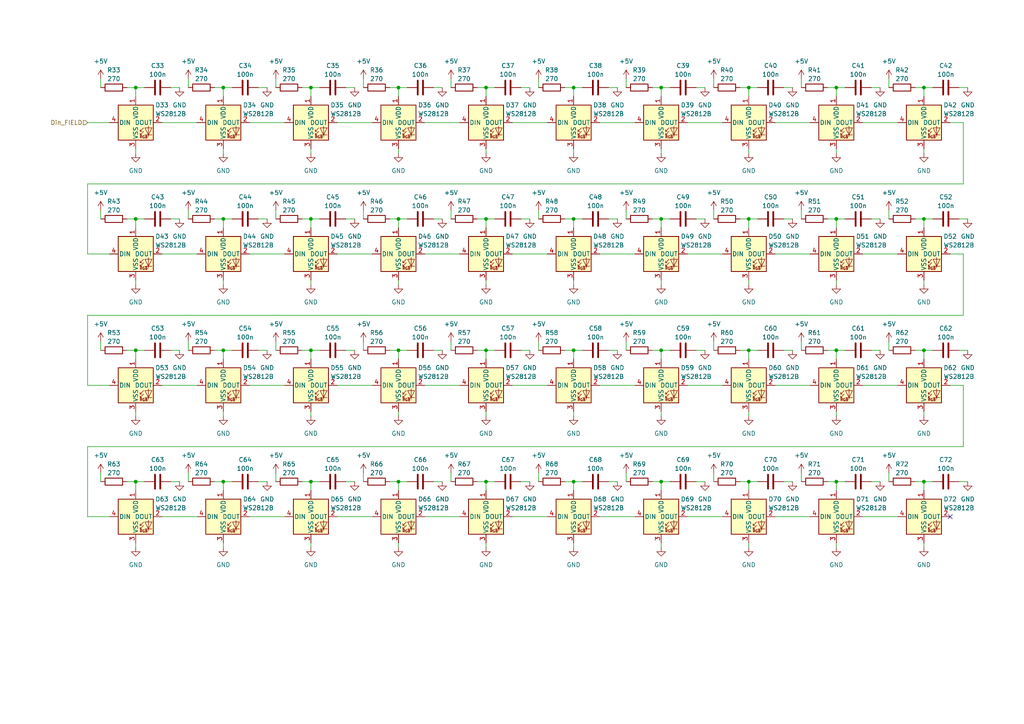
<source format=kicad_sch>
(kicad_sch (version 20211123) (generator eeschema)
  (paper "A4")
  (junction (at 191.77 101.6))
  (junction (at 90.17 139.7))
  (junction (at 191.77 25.4))
  (junction (at 191.77 63.5))
  (junction (at 115.57 63.5))
  (junction (at 64.77 25.4))
  (junction (at 64.77 63.5))
  (junction (at 90.17 101.6))
  (junction (at 267.97 25.4))
  (junction (at 140.97 101.6))
  (junction (at 166.37 101.6))
  (junction (at 39.37 25.4))
  (junction (at 217.17 101.6))
  (junction (at 64.77 139.7))
  (junction (at 242.57 139.7))
  (junction (at 166.37 139.7))
  (junction (at 39.37 63.5))
  (junction (at 217.17 139.7))
  (junction (at 140.97 25.4))
  (junction (at 115.57 25.4))
  (junction (at 115.57 101.6))
  (junction (at 242.57 25.4))
  (junction (at 140.97 139.7))
  (junction (at 267.97 63.5))
  (junction (at 242.57 63.5))
  (junction (at 191.77 139.7))
  (junction (at 39.37 101.6))
  (junction (at 166.37 63.5))
  (junction (at 166.37 25.4))
  (junction (at 90.17 25.4))
  (junction (at 115.57 139.7))
  (junction (at 217.17 63.5))
  (junction (at 140.97 63.5))
  (junction (at 217.17 25.4))
  (junction (at 267.97 101.6))
  (junction (at 39.37 139.7))
  (junction (at 90.17 63.5))
  (junction (at 267.97 139.7))
  (junction (at 64.77 101.6))
  (junction (at 242.57 101.6))
  (no_connect (at 275.59 149.86))
  (wire (pts (xy 279.4 91.44) (xy 25.4 91.44)))
  (wire (pts (xy 113.03 139.7) (xy 115.57 139.7)))
  (wire (pts (xy 166.37 139.7) (xy 168.91 139.7)))
  (wire (pts (xy 214.63 25.4) (xy 217.17 25.4)))
  (wire (pts (xy 267.97 43.18) (xy 267.97 44.45)))
  (wire (pts (xy 214.63 101.6) (xy 217.17 101.6)))
  (wire (pts (xy 140.97 43.18) (xy 140.97 44.45)))
  (wire (pts (xy 97.79 73.66) (xy 107.95 73.66)))
  (wire (pts (xy 90.17 139.7) (xy 92.71 139.7)))
  (wire (pts (xy 64.77 81.28) (xy 64.77 82.55)))
  (wire (pts (xy 140.97 63.5) (xy 140.97 66.04)))
  (wire (pts (xy 224.79 111.76) (xy 234.95 111.76)))
  (wire (pts (xy 173.99 73.66) (xy 184.15 73.66)))
  (wire (pts (xy 217.17 119.38) (xy 217.17 120.65)))
  (wire (pts (xy 46.99 149.86) (xy 57.15 149.86)))
  (wire (pts (xy 54.61 60.96) (xy 54.61 63.5)))
  (wire (pts (xy 64.77 63.5) (xy 64.77 66.04)))
  (wire (pts (xy 25.4 149.86) (xy 31.75 149.86)))
  (wire (pts (xy 279.4 111.76) (xy 279.4 129.54)))
  (wire (pts (xy 199.39 35.56) (xy 209.55 35.56)))
  (wire (pts (xy 181.61 99.06) (xy 181.61 101.6)))
  (wire (pts (xy 163.83 63.5) (xy 166.37 63.5)))
  (wire (pts (xy 115.57 139.7) (xy 118.11 139.7)))
  (wire (pts (xy 62.23 139.7) (xy 64.77 139.7)))
  (wire (pts (xy 97.79 111.76) (xy 107.95 111.76)))
  (wire (pts (xy 166.37 101.6) (xy 168.91 101.6)))
  (wire (pts (xy 74.93 101.6) (xy 77.47 101.6)))
  (wire (pts (xy 105.41 99.06) (xy 105.41 101.6)))
  (wire (pts (xy 64.77 139.7) (xy 64.77 142.24)))
  (wire (pts (xy 267.97 63.5) (xy 267.97 66.04)))
  (wire (pts (xy 39.37 25.4) (xy 39.37 27.94)))
  (wire (pts (xy 191.77 81.28) (xy 191.77 82.55)))
  (wire (pts (xy 115.57 157.48) (xy 115.57 158.75)))
  (wire (pts (xy 115.57 139.7) (xy 115.57 142.24)))
  (wire (pts (xy 148.59 149.86) (xy 158.75 149.86)))
  (wire (pts (xy 90.17 25.4) (xy 92.71 25.4)))
  (wire (pts (xy 250.19 111.76) (xy 260.35 111.76)))
  (wire (pts (xy 166.37 139.7) (xy 166.37 142.24)))
  (wire (pts (xy 123.19 35.56) (xy 133.35 35.56)))
  (wire (pts (xy 100.33 139.7) (xy 102.87 139.7)))
  (wire (pts (xy 115.57 25.4) (xy 115.57 27.94)))
  (wire (pts (xy 140.97 25.4) (xy 143.51 25.4)))
  (wire (pts (xy 115.57 25.4) (xy 118.11 25.4)))
  (wire (pts (xy 232.41 22.86) (xy 232.41 25.4)))
  (wire (pts (xy 189.23 63.5) (xy 191.77 63.5)))
  (wire (pts (xy 201.93 25.4) (xy 204.47 25.4)))
  (wire (pts (xy 217.17 139.7) (xy 219.71 139.7)))
  (wire (pts (xy 39.37 63.5) (xy 39.37 66.04)))
  (wire (pts (xy 265.43 139.7) (xy 267.97 139.7)))
  (wire (pts (xy 29.21 99.06) (xy 29.21 101.6)))
  (wire (pts (xy 36.83 101.6) (xy 39.37 101.6)))
  (wire (pts (xy 115.57 43.18) (xy 115.57 44.45)))
  (wire (pts (xy 115.57 63.5) (xy 115.57 66.04)))
  (wire (pts (xy 25.4 129.54) (xy 25.4 149.86)))
  (wire (pts (xy 90.17 101.6) (xy 90.17 104.14)))
  (wire (pts (xy 199.39 111.76) (xy 209.55 111.76)))
  (wire (pts (xy 242.57 25.4) (xy 242.57 27.94)))
  (wire (pts (xy 25.4 53.34) (xy 25.4 73.66)))
  (wire (pts (xy 115.57 101.6) (xy 115.57 104.14)))
  (wire (pts (xy 242.57 157.48) (xy 242.57 158.75)))
  (wire (pts (xy 278.13 101.6) (xy 280.67 101.6)))
  (wire (pts (xy 138.43 101.6) (xy 140.97 101.6)))
  (wire (pts (xy 62.23 63.5) (xy 64.77 63.5)))
  (wire (pts (xy 191.77 63.5) (xy 194.31 63.5)))
  (wire (pts (xy 214.63 139.7) (xy 217.17 139.7)))
  (wire (pts (xy 46.99 73.66) (xy 57.15 73.66)))
  (wire (pts (xy 148.59 73.66) (xy 158.75 73.66)))
  (wire (pts (xy 87.63 63.5) (xy 90.17 63.5)))
  (wire (pts (xy 242.57 139.7) (xy 242.57 142.24)))
  (wire (pts (xy 140.97 139.7) (xy 143.51 139.7)))
  (wire (pts (xy 72.39 73.66) (xy 82.55 73.66)))
  (wire (pts (xy 278.13 63.5) (xy 280.67 63.5)))
  (wire (pts (xy 123.19 73.66) (xy 133.35 73.66)))
  (wire (pts (xy 189.23 139.7) (xy 191.77 139.7)))
  (wire (pts (xy 125.73 63.5) (xy 128.27 63.5)))
  (wire (pts (xy 140.97 139.7) (xy 140.97 142.24)))
  (wire (pts (xy 39.37 139.7) (xy 39.37 142.24)))
  (wire (pts (xy 257.81 99.06) (xy 257.81 101.6)))
  (wire (pts (xy 227.33 139.7) (xy 229.87 139.7)))
  (wire (pts (xy 115.57 101.6) (xy 118.11 101.6)))
  (wire (pts (xy 140.97 81.28) (xy 140.97 82.55)))
  (wire (pts (xy 113.03 63.5) (xy 115.57 63.5)))
  (wire (pts (xy 64.77 101.6) (xy 64.77 104.14)))
  (wire (pts (xy 240.03 139.7) (xy 242.57 139.7)))
  (wire (pts (xy 90.17 101.6) (xy 92.71 101.6)))
  (wire (pts (xy 105.41 60.96) (xy 105.41 63.5)))
  (wire (pts (xy 207.01 60.96) (xy 207.01 63.5)))
  (wire (pts (xy 74.93 63.5) (xy 77.47 63.5)))
  (wire (pts (xy 36.83 63.5) (xy 39.37 63.5)))
  (wire (pts (xy 257.81 137.16) (xy 257.81 139.7)))
  (wire (pts (xy 125.73 139.7) (xy 128.27 139.7)))
  (wire (pts (xy 166.37 43.18) (xy 166.37 44.45)))
  (wire (pts (xy 148.59 35.56) (xy 158.75 35.56)))
  (wire (pts (xy 156.21 137.16) (xy 156.21 139.7)))
  (wire (pts (xy 39.37 101.6) (xy 39.37 104.14)))
  (wire (pts (xy 201.93 101.6) (xy 204.47 101.6)))
  (wire (pts (xy 191.77 63.5) (xy 191.77 66.04)))
  (wire (pts (xy 242.57 63.5) (xy 242.57 66.04)))
  (wire (pts (xy 105.41 137.16) (xy 105.41 139.7)))
  (wire (pts (xy 90.17 157.48) (xy 90.17 158.75)))
  (wire (pts (xy 191.77 139.7) (xy 194.31 139.7)))
  (wire (pts (xy 90.17 25.4) (xy 90.17 27.94)))
  (wire (pts (xy 54.61 99.06) (xy 54.61 101.6)))
  (wire (pts (xy 191.77 25.4) (xy 194.31 25.4)))
  (wire (pts (xy 49.53 63.5) (xy 52.07 63.5)))
  (wire (pts (xy 115.57 119.38) (xy 115.57 120.65)))
  (wire (pts (xy 39.37 101.6) (xy 41.91 101.6)))
  (wire (pts (xy 72.39 35.56) (xy 82.55 35.56)))
  (wire (pts (xy 242.57 119.38) (xy 242.57 120.65)))
  (wire (pts (xy 265.43 101.6) (xy 267.97 101.6)))
  (wire (pts (xy 176.53 101.6) (xy 179.07 101.6)))
  (wire (pts (xy 207.01 99.06) (xy 207.01 101.6)))
  (wire (pts (xy 267.97 63.5) (xy 270.51 63.5)))
  (wire (pts (xy 138.43 25.4) (xy 140.97 25.4)))
  (wire (pts (xy 279.4 73.66) (xy 279.4 91.44)))
  (wire (pts (xy 232.41 137.16) (xy 232.41 139.7)))
  (wire (pts (xy 125.73 25.4) (xy 128.27 25.4)))
  (wire (pts (xy 39.37 157.48) (xy 39.37 158.75)))
  (wire (pts (xy 173.99 111.76) (xy 184.15 111.76)))
  (wire (pts (xy 224.79 73.66) (xy 234.95 73.66)))
  (wire (pts (xy 49.53 101.6) (xy 52.07 101.6)))
  (wire (pts (xy 265.43 25.4) (xy 267.97 25.4)))
  (wire (pts (xy 113.03 25.4) (xy 115.57 25.4)))
  (wire (pts (xy 232.41 99.06) (xy 232.41 101.6)))
  (wire (pts (xy 240.03 101.6) (xy 242.57 101.6)))
  (wire (pts (xy 130.81 22.86) (xy 130.81 25.4)))
  (wire (pts (xy 90.17 63.5) (xy 92.71 63.5)))
  (wire (pts (xy 166.37 157.48) (xy 166.37 158.75)))
  (wire (pts (xy 97.79 35.56) (xy 107.95 35.56)))
  (wire (pts (xy 227.33 63.5) (xy 229.87 63.5)))
  (wire (pts (xy 25.4 35.56) (xy 31.75 35.56)))
  (wire (pts (xy 227.33 25.4) (xy 229.87 25.4)))
  (wire (pts (xy 278.13 25.4) (xy 280.67 25.4)))
  (wire (pts (xy 217.17 25.4) (xy 219.71 25.4)))
  (wire (pts (xy 148.59 111.76) (xy 158.75 111.76)))
  (wire (pts (xy 275.59 35.56) (xy 279.4 35.56)))
  (wire (pts (xy 181.61 60.96) (xy 181.61 63.5)))
  (wire (pts (xy 87.63 101.6) (xy 90.17 101.6)))
  (wire (pts (xy 90.17 63.5) (xy 90.17 66.04)))
  (wire (pts (xy 232.41 60.96) (xy 232.41 63.5)))
  (wire (pts (xy 166.37 101.6) (xy 166.37 104.14)))
  (wire (pts (xy 123.19 111.76) (xy 133.35 111.76)))
  (wire (pts (xy 267.97 139.7) (xy 270.51 139.7)))
  (wire (pts (xy 156.21 99.06) (xy 156.21 101.6)))
  (wire (pts (xy 64.77 43.18) (xy 64.77 44.45)))
  (wire (pts (xy 156.21 60.96) (xy 156.21 63.5)))
  (wire (pts (xy 250.19 35.56) (xy 260.35 35.56)))
  (wire (pts (xy 201.93 139.7) (xy 204.47 139.7)))
  (wire (pts (xy 214.63 63.5) (xy 217.17 63.5)))
  (wire (pts (xy 191.77 101.6) (xy 191.77 104.14)))
  (wire (pts (xy 279.4 53.34) (xy 25.4 53.34)))
  (wire (pts (xy 130.81 137.16) (xy 130.81 139.7)))
  (wire (pts (xy 267.97 101.6) (xy 267.97 104.14)))
  (wire (pts (xy 166.37 63.5) (xy 166.37 66.04)))
  (wire (pts (xy 279.4 35.56) (xy 279.4 53.34)))
  (wire (pts (xy 90.17 43.18) (xy 90.17 44.45)))
  (wire (pts (xy 130.81 99.06) (xy 130.81 101.6)))
  (wire (pts (xy 29.21 22.86) (xy 29.21 25.4)))
  (wire (pts (xy 199.39 149.86) (xy 209.55 149.86)))
  (wire (pts (xy 140.97 157.48) (xy 140.97 158.75)))
  (wire (pts (xy 74.93 139.7) (xy 77.47 139.7)))
  (wire (pts (xy 140.97 25.4) (xy 140.97 27.94)))
  (wire (pts (xy 100.33 63.5) (xy 102.87 63.5)))
  (wire (pts (xy 207.01 137.16) (xy 207.01 139.7)))
  (wire (pts (xy 39.37 81.28) (xy 39.37 82.55)))
  (wire (pts (xy 138.43 139.7) (xy 140.97 139.7)))
  (wire (pts (xy 87.63 25.4) (xy 90.17 25.4)))
  (wire (pts (xy 113.03 101.6) (xy 115.57 101.6)))
  (wire (pts (xy 217.17 63.5) (xy 217.17 66.04)))
  (wire (pts (xy 275.59 73.66) (xy 279.4 73.66)))
  (wire (pts (xy 163.83 139.7) (xy 166.37 139.7)))
  (wire (pts (xy 151.13 139.7) (xy 153.67 139.7)))
  (wire (pts (xy 217.17 101.6) (xy 219.71 101.6)))
  (wire (pts (xy 267.97 119.38) (xy 267.97 120.65)))
  (wire (pts (xy 54.61 137.16) (xy 54.61 139.7)))
  (wire (pts (xy 138.43 63.5) (xy 140.97 63.5)))
  (wire (pts (xy 242.57 101.6) (xy 242.57 104.14)))
  (wire (pts (xy 242.57 101.6) (xy 245.11 101.6)))
  (wire (pts (xy 115.57 81.28) (xy 115.57 82.55)))
  (wire (pts (xy 80.01 22.86) (xy 80.01 25.4)))
  (wire (pts (xy 90.17 139.7) (xy 90.17 142.24)))
  (wire (pts (xy 39.37 63.5) (xy 41.91 63.5)))
  (wire (pts (xy 242.57 81.28) (xy 242.57 82.55)))
  (wire (pts (xy 166.37 81.28) (xy 166.37 82.55)))
  (wire (pts (xy 72.39 111.76) (xy 82.55 111.76)))
  (wire (pts (xy 278.13 139.7) (xy 280.67 139.7)))
  (wire (pts (xy 46.99 35.56) (xy 57.15 35.56)))
  (wire (pts (xy 80.01 99.06) (xy 80.01 101.6)))
  (wire (pts (xy 252.73 25.4) (xy 255.27 25.4)))
  (wire (pts (xy 191.77 119.38) (xy 191.77 120.65)))
  (wire (pts (xy 191.77 101.6) (xy 194.31 101.6)))
  (wire (pts (xy 64.77 101.6) (xy 67.31 101.6)))
  (wire (pts (xy 64.77 119.38) (xy 64.77 120.65)))
  (wire (pts (xy 201.93 63.5) (xy 204.47 63.5)))
  (wire (pts (xy 242.57 63.5) (xy 245.11 63.5)))
  (wire (pts (xy 39.37 139.7) (xy 41.91 139.7)))
  (wire (pts (xy 257.81 60.96) (xy 257.81 63.5)))
  (wire (pts (xy 199.39 73.66) (xy 209.55 73.66)))
  (wire (pts (xy 97.79 149.86) (xy 107.95 149.86)))
  (wire (pts (xy 166.37 25.4) (xy 168.91 25.4)))
  (wire (pts (xy 240.03 25.4) (xy 242.57 25.4)))
  (wire (pts (xy 72.39 149.86) (xy 82.55 149.86)))
  (wire (pts (xy 191.77 25.4) (xy 191.77 27.94)))
  (wire (pts (xy 54.61 22.86) (xy 54.61 25.4)))
  (wire (pts (xy 29.21 60.96) (xy 29.21 63.5)))
  (wire (pts (xy 156.21 22.86) (xy 156.21 25.4)))
  (wire (pts (xy 173.99 149.86) (xy 184.15 149.86)))
  (wire (pts (xy 140.97 101.6) (xy 143.51 101.6)))
  (wire (pts (xy 29.21 137.16) (xy 29.21 139.7)))
  (wire (pts (xy 267.97 139.7) (xy 267.97 142.24)))
  (wire (pts (xy 257.81 22.86) (xy 257.81 25.4)))
  (wire (pts (xy 140.97 119.38) (xy 140.97 120.65)))
  (wire (pts (xy 240.03 63.5) (xy 242.57 63.5)))
  (wire (pts (xy 267.97 25.4) (xy 267.97 27.94)))
  (wire (pts (xy 80.01 137.16) (xy 80.01 139.7)))
  (wire (pts (xy 252.73 139.7) (xy 255.27 139.7)))
  (wire (pts (xy 267.97 25.4) (xy 270.51 25.4)))
  (wire (pts (xy 39.37 25.4) (xy 41.91 25.4)))
  (wire (pts (xy 25.4 111.76) (xy 31.75 111.76)))
  (wire (pts (xy 100.33 101.6) (xy 102.87 101.6)))
  (wire (pts (xy 207.01 22.86) (xy 207.01 25.4)))
  (wire (pts (xy 166.37 119.38) (xy 166.37 120.65)))
  (wire (pts (xy 217.17 139.7) (xy 217.17 142.24)))
  (wire (pts (xy 64.77 157.48) (xy 64.77 158.75)))
  (wire (pts (xy 189.23 25.4) (xy 191.77 25.4)))
  (wire (pts (xy 74.93 25.4) (xy 77.47 25.4)))
  (wire (pts (xy 250.19 149.86) (xy 260.35 149.86)))
  (wire (pts (xy 90.17 119.38) (xy 90.17 120.65)))
  (wire (pts (xy 252.73 63.5) (xy 255.27 63.5)))
  (wire (pts (xy 80.01 60.96) (xy 80.01 63.5)))
  (wire (pts (xy 242.57 139.7) (xy 245.11 139.7)))
  (wire (pts (xy 267.97 157.48) (xy 267.97 158.75)))
  (wire (pts (xy 265.43 63.5) (xy 267.97 63.5)))
  (wire (pts (xy 64.77 139.7) (xy 67.31 139.7)))
  (wire (pts (xy 49.53 25.4) (xy 52.07 25.4)))
  (wire (pts (xy 49.53 139.7) (xy 52.07 139.7)))
  (wire (pts (xy 181.61 137.16) (xy 181.61 139.7)))
  (wire (pts (xy 252.73 101.6) (xy 255.27 101.6)))
  (wire (pts (xy 176.53 25.4) (xy 179.07 25.4)))
  (wire (pts (xy 224.79 35.56) (xy 234.95 35.56)))
  (wire (pts (xy 181.61 22.86) (xy 181.61 25.4)))
  (wire (pts (xy 140.97 63.5) (xy 143.51 63.5)))
  (wire (pts (xy 176.53 63.5) (xy 179.07 63.5)))
  (wire (pts (xy 242.57 43.18) (xy 242.57 44.45)))
  (wire (pts (xy 62.23 25.4) (xy 64.77 25.4)))
  (wire (pts (xy 217.17 43.18) (xy 217.17 44.45)))
  (wire (pts (xy 227.33 101.6) (xy 229.87 101.6)))
  (wire (pts (xy 176.53 139.7) (xy 179.07 139.7)))
  (wire (pts (xy 217.17 63.5) (xy 219.71 63.5)))
  (wire (pts (xy 39.37 43.18) (xy 39.37 44.45)))
  (wire (pts (xy 36.83 25.4) (xy 39.37 25.4)))
  (wire (pts (xy 151.13 25.4) (xy 153.67 25.4)))
  (wire (pts (xy 115.57 63.5) (xy 118.11 63.5)))
  (wire (pts (xy 217.17 81.28) (xy 217.17 82.55)))
  (wire (pts (xy 191.77 139.7) (xy 191.77 142.24)))
  (wire (pts (xy 217.17 157.48) (xy 217.17 158.75)))
  (wire (pts (xy 130.81 60.96) (xy 130.81 63.5)))
  (wire (pts (xy 36.83 139.7) (xy 39.37 139.7)))
  (wire (pts (xy 166.37 25.4) (xy 166.37 27.94)))
  (wire (pts (xy 25.4 73.66) (xy 31.75 73.66)))
  (wire (pts (xy 191.77 157.48) (xy 191.77 158.75)))
  (wire (pts (xy 64.77 25.4) (xy 64.77 27.94)))
  (wire (pts (xy 224.79 149.86) (xy 234.95 149.86)))
  (wire (pts (xy 125.73 101.6) (xy 128.27 101.6)))
  (wire (pts (xy 163.83 25.4) (xy 166.37 25.4)))
  (wire (pts (xy 189.23 101.6) (xy 191.77 101.6)))
  (wire (pts (xy 62.23 101.6) (xy 64.77 101.6)))
  (wire (pts (xy 279.4 129.54) (xy 25.4 129.54)))
  (wire (pts (xy 151.13 63.5) (xy 153.67 63.5)))
  (wire (pts (xy 217.17 101.6) (xy 217.17 104.14)))
  (wire (pts (xy 173.99 35.56) (xy 184.15 35.56)))
  (wire (pts (xy 163.83 101.6) (xy 166.37 101.6)))
  (wire (pts (xy 275.59 111.76) (xy 279.4 111.76)))
  (wire (pts (xy 217.17 25.4) (xy 217.17 27.94)))
  (wire (pts (xy 39.37 119.38) (xy 39.37 120.65)))
  (wire (pts (xy 64.77 25.4) (xy 67.31 25.4)))
  (wire (pts (xy 242.57 25.4) (xy 245.11 25.4)))
  (wire (pts (xy 250.19 73.66) (xy 260.35 73.66)))
  (wire (pts (xy 105.41 22.86) (xy 105.41 25.4)))
  (wire (pts (xy 123.19 149.86) (xy 133.35 149.86)))
  (wire (pts (xy 64.77 63.5) (xy 67.31 63.5)))
  (wire (pts (xy 166.37 63.5) (xy 168.91 63.5)))
  (wire (pts (xy 100.33 25.4) (xy 102.87 25.4)))
  (wire (pts (xy 267.97 101.6) (xy 270.51 101.6)))
  (wire (pts (xy 191.77 43.18) (xy 191.77 44.45)))
  (wire (pts (xy 25.4 91.44) (xy 25.4 111.76)))
  (wire (pts (xy 151.13 101.6) (xy 153.67 101.6)))
  (wire (pts (xy 46.99 111.76) (xy 57.15 111.76)))
  (wire (pts (xy 267.97 81.28) (xy 267.97 82.55)))
  (wire (pts (xy 140.97 101.6) (xy 140.97 104.14)))
  (wire (pts (xy 87.63 139.7) (xy 90.17 139.7)))
  (wire (pts (xy 90.17 81.28) (xy 90.17 82.55)))
  (hierarchical_label "Din_FIELD" (shape input) (at 25.4 35.56 180))
  (symbol (lib_id "power:GND") (at 204.47 101.6 0) (unit 1)
    (property "Reference" "#PWR077" (effects hide))
    (property "Value" "GND" (at 204.47 106.68 0))
  )
  (symbol (lib_id "Device:C") (at 96.52 139.7 90) (unit 1)
    (property "Reference" "C65" (at 96.52 133.35 90))
    (property "Value" "100n" (at 96.52 135.89 90))
    (property "Footprint" "Capacitor_SMD:C_0603_1608Metric" (effects hide))
  )
  (symbol (lib_id "power:+5V") (at 80.01 137.16 0) (unit 1)
    (property "Reference" "#PWR093" (effects hide))
    (property "Value" "+5V" (at 80.01 132.08 0))
  )
  (symbol (lib_id "power:GND") (at 140.97 82.55 0) (unit 1)
    (property "Reference" "#PWR055" (effects hide))
    (property "Value" "GND" (at 140.97 87.63 0))
  )
  (symbol (lib_id "Device:R") (at 236.22 63.5 90) (unit 1)
    (property "Reference" "R51" (at 236.22 58.42 90))
    (property "Value" "270" (at 236.22 60.96 90))
    (property "Footprint" "Resistor_SMD:R_0603_1608Metric" (effects hide))
  )
  (symbol (lib_id "LED:WS2812B") (at 217.17 111.76 0) (unit 1)
    (property "Reference" "D60" (at 224.79 106.68 0))
    (property "Value" "WS2812B" (at 227.33 109.22 0))
    (property "Footprint" "LED_SMD:LED_WS2812B-2020_PLCC4_2.0x2.0mm" (effects hide))
    (property "Datasheet" "https://cdn-shop.adafruit.com/datasheets/WS2812B.pdf" (effects hide))
  )
  (symbol (lib_id "power:+5V") (at 29.21 137.16 0) (unit 1)
    (property "Reference" "#PWR091" (effects hide))
    (property "Value" "+5V" (at 29.21 132.08 0))
  )
  (symbol (lib_id "LED:WS2812B") (at 115.57 35.56 0) (unit 1)
    (property "Reference" "D36" (at 123.19 30.48 0))
    (property "Value" "WS2812B" (at 125.73 33.02 0))
    (property "Footprint" "LED_SMD:LED_WS2812B-2020_PLCC4_2.0x2.0mm" (effects hide))
    (property "Datasheet" "https://cdn-shop.adafruit.com/datasheets/WS2812B.pdf" (effects hide))
  )
  (symbol (lib_id "Device:C") (at 274.32 63.5 90) (unit 1)
    (property "Reference" "C52" (at 274.32 57.15 90))
    (property "Value" "100n" (at 274.32 59.69 90))
    (property "Footprint" "Capacitor_SMD:C_0603_1608Metric" (effects hide))
  )
  (symbol (lib_id "power:GND") (at 229.87 25.4 0) (unit 1)
    (property "Reference" "#PWR018" (effects hide))
    (property "Value" "GND" (at 229.87 30.48 0))
  )
  (symbol (lib_id "LED:WS2812B") (at 267.97 73.66 0) (unit 1)
    (property "Reference" "D52" (at 275.59 68.58 0))
    (property "Value" "WS2812B" (at 278.13 71.12 0))
    (property "Footprint" "LED_SMD:LED_WS2812B-2020_PLCC4_2.0x2.0mm" (effects hide))
    (property "Datasheet" "https://cdn-shop.adafruit.com/datasheets/WS2812B.pdf" (effects hide))
  )
  (symbol (lib_id "power:GND") (at 90.17 82.55 0) (unit 1)
    (property "Reference" "#PWR053" (effects hide))
    (property "Value" "GND" (at 90.17 87.63 0))
  )
  (symbol (lib_id "power:GND") (at 217.17 158.75 0) (unit 1)
    (property "Reference" "#PWR0214" (effects hide))
    (property "Value" "GND" (at 217.17 163.83 0))
  )
  (symbol (lib_id "power:+5V") (at 156.21 99.06 0) (unit 1)
    (property "Reference" "#PWR066" (effects hide))
    (property "Value" "+5V" (at 156.21 93.98 0))
  )
  (symbol (lib_id "Device:C") (at 223.52 25.4 90) (unit 1)
    (property "Reference" "C40" (at 223.52 19.05 90))
    (property "Value" "100n" (at 223.52 21.59 90))
    (property "Footprint" "Capacitor_SMD:C_0603_1608Metric" (effects hide))
  )
  (symbol (lib_id "Device:C") (at 198.12 63.5 90) (unit 1)
    (property "Reference" "C49" (at 198.12 57.15 90))
    (property "Value" "100n" (at 198.12 59.69 90))
    (property "Footprint" "Capacitor_SMD:C_0603_1608Metric" (effects hide))
  )
  (symbol (lib_id "power:+5V") (at 80.01 60.96 0) (unit 1)
    (property "Reference" "#PWR033" (effects hide))
    (property "Value" "+5V" (at 80.01 55.88 0))
  )
  (symbol (lib_id "power:+5V") (at 54.61 137.16 0) (unit 1)
    (property "Reference" "#PWR092" (effects hide))
    (property "Value" "+5V" (at 54.61 132.08 0))
  )
  (symbol (lib_id "power:GND") (at 102.87 101.6 0) (unit 1)
    (property "Reference" "#PWR073" (effects hide))
    (property "Value" "GND" (at 102.87 106.68 0))
  )
  (symbol (lib_id "power:+5V") (at 29.21 60.96 0) (unit 1)
    (property "Reference" "#PWR031" (effects hide))
    (property "Value" "+5V" (at 29.21 55.88 0))
  )
  (symbol (lib_id "power:GND") (at 204.47 25.4 0) (unit 1)
    (property "Reference" "#PWR017" (effects hide))
    (property "Value" "GND" (at 204.47 30.48 0))
  )
  (symbol (lib_id "LED:WS2812B") (at 39.37 111.76 0) (unit 1)
    (property "Reference" "D53" (at 46.99 106.68 0))
    (property "Value" "WS2812B" (at 49.53 109.22 0))
    (property "Footprint" "LED_SMD:LED_WS2812B-2020_PLCC4_2.0x2.0mm" (effects hide))
    (property "Datasheet" "https://cdn-shop.adafruit.com/datasheets/WS2812B.pdf" (effects hide))
  )
  (symbol (lib_id "power:GND") (at 64.77 44.45 0) (unit 1)
    (property "Reference" "#PWR022" (effects hide))
    (property "Value" "GND" (at 64.77 49.53 0))
  )
  (symbol (lib_id "power:+5V") (at 130.81 60.96 0) (unit 1)
    (property "Reference" "#PWR035" (effects hide))
    (property "Value" "+5V" (at 130.81 55.88 0))
  )
  (symbol (lib_id "power:+5V") (at 257.81 99.06 0) (unit 1)
    (property "Reference" "#PWR070" (effects hide))
    (property "Value" "+5V" (at 257.81 93.98 0))
  )
  (symbol (lib_id "power:+5V") (at 130.81 99.06 0) (unit 1)
    (property "Reference" "#PWR065" (effects hide))
    (property "Value" "+5V" (at 130.81 93.98 0))
  )
  (symbol (lib_id "power:GND") (at 90.17 44.45 0) (unit 1)
    (property "Reference" "#PWR023" (effects hide))
    (property "Value" "GND" (at 90.17 49.53 0))
  )
  (symbol (lib_id "LED:WS2812B") (at 242.57 73.66 0) (unit 1)
    (property "Reference" "D51" (at 250.19 68.58 0))
    (property "Value" "WS2812B" (at 252.73 71.12 0))
    (property "Footprint" "LED_SMD:LED_WS2812B-2020_PLCC4_2.0x2.0mm" (effects hide))
    (property "Datasheet" "https://cdn-shop.adafruit.com/datasheets/WS2812B.pdf" (effects hide))
  )
  (symbol (lib_id "power:GND") (at 179.07 25.4 0) (unit 1)
    (property "Reference" "#PWR016" (effects hide))
    (property "Value" "GND" (at 179.07 30.48 0))
  )
  (symbol (lib_id "power:GND") (at 242.57 82.55 0) (unit 1)
    (property "Reference" "#PWR059" (effects hide))
    (property "Value" "GND" (at 242.57 87.63 0))
  )
  (symbol (lib_id "power:+5V") (at 232.41 99.06 0) (unit 1)
    (property "Reference" "#PWR069" (effects hide))
    (property "Value" "+5V" (at 232.41 93.98 0))
  )
  (symbol (lib_id "Device:R") (at 134.62 25.4 90) (unit 1)
    (property "Reference" "R37" (at 134.62 20.32 90))
    (property "Value" "270" (at 134.62 22.86 90))
    (property "Footprint" "Resistor_SMD:R_0603_1608Metric" (effects hide))
  )
  (symbol (lib_id "Device:R") (at 210.82 25.4 90) (unit 1)
    (property "Reference" "R40" (at 210.82 20.32 90))
    (property "Value" "270" (at 210.82 22.86 90))
    (property "Footprint" "Resistor_SMD:R_0603_1608Metric" (effects hide))
  )
  (symbol (lib_id "power:GND") (at 52.07 139.7 0) (unit 1)
    (property "Reference" "#PWR0197" (effects hide))
    (property "Value" "GND" (at 52.07 144.78 0))
  )
  (symbol (lib_id "LED:WS2812B") (at 217.17 35.56 0) (unit 1)
    (property "Reference" "D40" (at 224.79 30.48 0))
    (property "Value" "WS2812B" (at 227.33 33.02 0))
    (property "Footprint" "LED_SMD:LED_WS2812B-2020_PLCC4_2.0x2.0mm" (effects hide))
    (property "Datasheet" "https://cdn-shop.adafruit.com/datasheets/WS2812B.pdf" (effects hide))
  )
  (symbol (lib_id "power:GND") (at 115.57 44.45 0) (unit 1)
    (property "Reference" "#PWR024" (effects hide))
    (property "Value" "GND" (at 115.57 49.53 0))
  )
  (symbol (lib_id "Device:R") (at 160.02 101.6 90) (unit 1)
    (property "Reference" "R58" (at 160.02 96.52 90))
    (property "Value" "270" (at 160.02 99.06 90))
    (property "Footprint" "Resistor_SMD:R_0603_1608Metric" (effects hide))
  )
  (symbol (lib_id "LED:WS2812B") (at 64.77 35.56 0) (unit 1)
    (property "Reference" "D34" (at 72.39 30.48 0))
    (property "Value" "WS2812B" (at 74.93 33.02 0))
    (property "Footprint" "LED_SMD:LED_WS2812B-2020_PLCC4_2.0x2.0mm" (effects hide))
    (property "Datasheet" "https://cdn-shop.adafruit.com/datasheets/WS2812B.pdf" (effects hide))
  )
  (symbol (lib_id "power:GND") (at 166.37 44.45 0) (unit 1)
    (property "Reference" "#PWR026" (effects hide))
    (property "Value" "GND" (at 166.37 49.53 0))
  )
  (symbol (lib_id "power:GND") (at 115.57 158.75 0) (unit 1)
    (property "Reference" "#PWR0210" (effects hide))
    (property "Value" "GND" (at 115.57 163.83 0))
  )
  (symbol (lib_id "LED:WS2812B") (at 39.37 149.86 0) (unit 1)
    (property "Reference" "D63" (at 46.99 144.78 0))
    (property "Value" "WS2812B" (at 49.53 147.32 0))
    (property "Footprint" "LED_SMD:LED_WS2812B-2020_PLCC4_2.0x2.0mm" (effects hide))
    (property "Datasheet" "https://cdn-shop.adafruit.com/datasheets/WS2812B.pdf" (effects hide))
  )
  (symbol (lib_id "LED:WS2812B") (at 90.17 73.66 0) (unit 1)
    (property "Reference" "D45" (at 97.79 68.58 0))
    (property "Value" "WS2812B" (at 100.33 71.12 0))
    (property "Footprint" "LED_SMD:LED_WS2812B-2020_PLCC4_2.0x2.0mm" (effects hide))
    (property "Datasheet" "https://cdn-shop.adafruit.com/datasheets/WS2812B.pdf" (effects hide))
  )
  (symbol (lib_id "power:+5V") (at 105.41 137.16 0) (unit 1)
    (property "Reference" "#PWR094" (effects hide))
    (property "Value" "+5V" (at 105.41 132.08 0))
  )
  (symbol (lib_id "Device:C") (at 71.12 139.7 90) (unit 1)
    (property "Reference" "C64" (at 71.12 133.35 90))
    (property "Value" "100n" (at 71.12 135.89 90))
    (property "Footprint" "Capacitor_SMD:C_0603_1608Metric" (effects hide))
  )
  (symbol (lib_id "LED:WS2812B") (at 191.77 111.76 0) (unit 1)
    (property "Reference" "D59" (at 199.39 106.68 0))
    (property "Value" "WS2812B" (at 201.93 109.22 0))
    (property "Footprint" "LED_SMD:LED_WS2812B-2020_PLCC4_2.0x2.0mm" (effects hide))
    (property "Datasheet" "https://cdn-shop.adafruit.com/datasheets/WS2812B.pdf" (effects hide))
  )
  (symbol (lib_id "power:+5V") (at 232.41 137.16 0) (unit 1)
    (property "Reference" "#PWR099" (effects hide))
    (property "Value" "+5V" (at 232.41 132.08 0))
  )
  (symbol (lib_id "power:GND") (at 52.07 25.4 0) (unit 1)
    (property "Reference" "#PWR011" (effects hide))
    (property "Value" "GND" (at 52.07 30.48 0))
  )
  (symbol (lib_id "power:GND") (at 217.17 120.65 0) (unit 1)
    (property "Reference" "#PWR088" (effects hide))
    (property "Value" "GND" (at 217.17 125.73 0))
  )
  (symbol (lib_id "Device:C") (at 248.92 25.4 90) (unit 1)
    (property "Reference" "C41" (at 248.92 19.05 90))
    (property "Value" "100n" (at 248.92 21.59 90))
    (property "Footprint" "Capacitor_SMD:C_0603_1608Metric" (effects hide))
  )
  (symbol (lib_id "power:GND") (at 52.07 63.5 0) (unit 1)
    (property "Reference" "#PWR041" (effects hide))
    (property "Value" "GND" (at 52.07 68.58 0))
  )
  (symbol (lib_id "power:+5V") (at 105.41 22.86 0) (unit 1)
    (property "Reference" "#PWR04" (effects hide))
    (property "Value" "+5V" (at 105.41 17.78 0))
  )
  (symbol (lib_id "power:GND") (at 242.57 120.65 0) (unit 1)
    (property "Reference" "#PWR089" (effects hide))
    (property "Value" "GND" (at 242.57 125.73 0))
  )
  (symbol (lib_id "power:GND") (at 280.67 25.4 0) (unit 1)
    (property "Reference" "#PWR020" (effects hide))
    (property "Value" "GND" (at 280.67 30.48 0))
  )
  (symbol (lib_id "power:GND") (at 90.17 158.75 0) (unit 1)
    (property "Reference" "#PWR0209" (effects hide))
    (property "Value" "GND" (at 90.17 163.83 0))
  )
  (symbol (lib_id "power:GND") (at 77.47 25.4 0) (unit 1)
    (property "Reference" "#PWR012" (effects hide))
    (property "Value" "GND" (at 77.47 30.48 0))
  )
  (symbol (lib_id "power:GND") (at 242.57 44.45 0) (unit 1)
    (property "Reference" "#PWR029" (effects hide))
    (property "Value" "GND" (at 242.57 49.53 0))
  )
  (symbol (lib_id "power:+5V") (at 156.21 137.16 0) (unit 1)
    (property "Reference" "#PWR096" (effects hide))
    (property "Value" "+5V" (at 156.21 132.08 0))
  )
  (symbol (lib_id "Device:C") (at 198.12 25.4 90) (unit 1)
    (property "Reference" "C39" (at 198.12 19.05 90))
    (property "Value" "100n" (at 198.12 21.59 90))
    (property "Footprint" "Capacitor_SMD:C_0603_1608Metric" (effects hide))
  )
  (symbol (lib_id "power:GND") (at 166.37 120.65 0) (unit 1)
    (property "Reference" "#PWR086" (effects hide))
    (property "Value" "GND" (at 166.37 125.73 0))
  )
  (symbol (lib_id "LED:WS2812B") (at 166.37 149.86 0) (unit 1)
    (property "Reference" "D68" (at 173.99 144.78 0))
    (property "Value" "WS2812B" (at 176.53 147.32 0))
    (property "Footprint" "LED_SMD:LED_WS2812B-2020_PLCC4_2.0x2.0mm" (effects hide))
    (property "Datasheet" "https://cdn-shop.adafruit.com/datasheets/WS2812B.pdf" (effects hide))
  )
  (symbol (lib_id "Device:R") (at 33.02 101.6 90) (unit 1)
    (property "Reference" "R53" (at 33.02 96.52 90))
    (property "Value" "270" (at 33.02 99.06 90))
    (property "Footprint" "Resistor_SMD:R_0603_1608Metric" (effects hide))
  )
  (symbol (lib_id "power:GND") (at 242.57 158.75 0) (unit 1)
    (property "Reference" "#PWR0215" (effects hide))
    (property "Value" "GND" (at 242.57 163.83 0))
  )
  (symbol (lib_id "power:GND") (at 191.77 44.45 0) (unit 1)
    (property "Reference" "#PWR027" (effects hide))
    (property "Value" "GND" (at 191.77 49.53 0))
  )
  (symbol (lib_id "power:GND") (at 267.97 158.75 0) (unit 1)
    (property "Reference" "#PWR0216" (effects hide))
    (property "Value" "GND" (at 267.97 163.83 0))
  )
  (symbol (lib_id "power:GND") (at 102.87 63.5 0) (unit 1)
    (property "Reference" "#PWR043" (effects hide))
    (property "Value" "GND" (at 102.87 68.58 0))
  )
  (symbol (lib_id "power:GND") (at 179.07 63.5 0) (unit 1)
    (property "Reference" "#PWR046" (effects hide))
    (property "Value" "GND" (at 179.07 68.58 0))
  )
  (symbol (lib_id "Device:R") (at 109.22 25.4 90) (unit 1)
    (property "Reference" "R36" (at 109.22 20.32 90))
    (property "Value" "270" (at 109.22 22.86 90))
    (property "Footprint" "Resistor_SMD:R_0603_1608Metric" (effects hide))
  )
  (symbol (lib_id "power:+5V") (at 80.01 22.86 0) (unit 1)
    (property "Reference" "#PWR03" (effects hide))
    (property "Value" "+5V" (at 80.01 17.78 0))
  )
  (symbol (lib_id "Device:R") (at 109.22 63.5 90) (unit 1)
    (property "Reference" "R46" (at 109.22 58.42 90))
    (property "Value" "270" (at 109.22 60.96 90))
    (property "Footprint" "Resistor_SMD:R_0603_1608Metric" (effects hide))
  )
  (symbol (lib_id "LED:WS2812B") (at 242.57 149.86 0) (unit 1)
    (property "Reference" "D71" (at 250.19 144.78 0))
    (property "Value" "WS2812B" (at 252.73 147.32 0))
    (property "Footprint" "LED_SMD:LED_WS2812B-2020_PLCC4_2.0x2.0mm" (effects hide))
    (property "Datasheet" "https://cdn-shop.adafruit.com/datasheets/WS2812B.pdf" (effects hide))
  )
  (symbol (lib_id "Device:R") (at 134.62 139.7 90) (unit 1)
    (property "Reference" "R67" (at 134.62 134.62 90))
    (property "Value" "270" (at 134.62 137.16 90))
    (property "Footprint" "Resistor_SMD:R_0603_1608Metric" (effects hide))
  )
  (symbol (lib_id "LED:WS2812B") (at 115.57 73.66 0) (unit 1)
    (property "Reference" "D46" (at 123.19 68.58 0))
    (property "Value" "WS2812B" (at 125.73 71.12 0))
    (property "Footprint" "LED_SMD:LED_WS2812B-2020_PLCC4_2.0x2.0mm" (effects hide))
    (property "Datasheet" "https://cdn-shop.adafruit.com/datasheets/WS2812B.pdf" (effects hide))
  )
  (symbol (lib_id "Device:C") (at 71.12 101.6 90) (unit 1)
    (property "Reference" "C54" (at 71.12 95.25 90))
    (property "Value" "100n" (at 71.12 97.79 90))
    (property "Footprint" "Capacitor_SMD:C_0603_1608Metric" (effects hide))
  )
  (symbol (lib_id "power:GND") (at 267.97 120.65 0) (unit 1)
    (property "Reference" "#PWR090" (effects hide))
    (property "Value" "GND" (at 267.97 125.73 0))
  )
  (symbol (lib_id "power:+5V") (at 29.21 22.86 0) (unit 1)
    (property "Reference" "#PWR01" (effects hide))
    (property "Value" "+5V" (at 29.21 17.78 0))
  )
  (symbol (lib_id "power:GND") (at 255.27 139.7 0) (unit 1)
    (property "Reference" "#PWR0205" (effects hide))
    (property "Value" "GND" (at 255.27 144.78 0))
  )
  (symbol (lib_id "Device:C") (at 172.72 101.6 90) (unit 1)
    (property "Reference" "C58" (at 172.72 95.25 90))
    (property "Value" "100n" (at 172.72 97.79 90))
    (property "Footprint" "Capacitor_SMD:C_0603_1608Metric" (effects hide))
  )
  (symbol (lib_id "Device:C") (at 121.92 101.6 90) (unit 1)
    (property "Reference" "C56" (at 121.92 95.25 90))
    (property "Value" "100n" (at 121.92 97.79 90))
    (property "Footprint" "Capacitor_SMD:C_0603_1608Metric" (effects hide))
  )
  (symbol (lib_id "power:GND") (at 166.37 82.55 0) (unit 1)
    (property "Reference" "#PWR056" (effects hide))
    (property "Value" "GND" (at 166.37 87.63 0))
  )
  (symbol (lib_id "power:GND") (at 39.37 82.55 0) (unit 1)
    (property "Reference" "#PWR051" (effects hide))
    (property "Value" "GND" (at 39.37 87.63 0))
  )
  (symbol (lib_id "power:GND") (at 179.07 139.7 0) (unit 1)
    (property "Reference" "#PWR0202" (effects hide))
    (property "Value" "GND" (at 179.07 144.78 0))
  )
  (symbol (lib_id "Device:R") (at 261.62 101.6 90) (unit 1)
    (property "Reference" "R62" (at 261.62 96.52 90))
    (property "Value" "270" (at 261.62 99.06 90))
    (property "Footprint" "Resistor_SMD:R_0603_1608Metric" (effects hide))
  )
  (symbol (lib_id "LED:WS2812B") (at 140.97 111.76 0) (unit 1)
    (property "Reference" "D57" (at 148.59 106.68 0))
    (property "Value" "WS2812B" (at 151.13 109.22 0))
    (property "Footprint" "LED_SMD:LED_WS2812B-2020_PLCC4_2.0x2.0mm" (effects hide))
    (property "Datasheet" "https://cdn-shop.adafruit.com/datasheets/WS2812B.pdf" (effects hide))
  )
  (symbol (lib_id "power:GND") (at 229.87 63.5 0) (unit 1)
    (property "Reference" "#PWR048" (effects hide))
    (property "Value" "GND" (at 229.87 68.58 0))
  )
  (symbol (lib_id "power:GND") (at 39.37 120.65 0) (unit 1)
    (property "Reference" "#PWR081" (effects hide))
    (property "Value" "GND" (at 39.37 125.73 0))
  )
  (symbol (lib_id "power:+5V") (at 232.41 22.86 0) (unit 1)
    (property "Reference" "#PWR09" (effects hide))
    (property "Value" "+5V" (at 232.41 17.78 0))
  )
  (symbol (lib_id "Device:R") (at 185.42 25.4 90) (unit 1)
    (property "Reference" "R39" (at 185.42 20.32 90))
    (property "Value" "270" (at 185.42 22.86 90))
    (property "Footprint" "Resistor_SMD:R_0603_1608Metric" (effects hide))
  )
  (symbol (lib_id "Device:C") (at 45.72 63.5 90) (unit 1)
    (property "Reference" "C43" (at 45.72 57.15 90))
    (property "Value" "100n" (at 45.72 59.69 90))
    (property "Footprint" "Capacitor_SMD:C_0603_1608Metric" (effects hide))
  )
  (symbol (lib_id "Device:C") (at 147.32 63.5 90) (unit 1)
    (property "Reference" "C47" (at 147.32 57.15 90))
    (property "Value" "100n" (at 147.32 59.69 90))
    (property "Footprint" "Capacitor_SMD:C_0603_1608Metric" (effects hide))
  )
  (symbol (lib_id "Device:R") (at 83.82 25.4 90) (unit 1)
    (property "Reference" "R35" (at 83.82 20.32 90))
    (property "Value" "270" (at 83.82 22.86 90))
    (property "Footprint" "Resistor_SMD:R_0603_1608Metric" (effects hide))
  )
  (symbol (lib_id "LED:WS2812B") (at 90.17 149.86 0) (unit 1)
    (property "Reference" "D65" (at 97.79 144.78 0))
    (property "Value" "WS2812B" (at 100.33 147.32 0))
    (property "Footprint" "LED_SMD:LED_WS2812B-2020_PLCC4_2.0x2.0mm" (effects hide))
    (property "Datasheet" "https://cdn-shop.adafruit.com/datasheets/WS2812B.pdf" (effects hide))
  )
  (symbol (lib_id "power:GND") (at 39.37 44.45 0) (unit 1)
    (property "Reference" "#PWR021" (effects hide))
    (property "Value" "GND" (at 39.37 49.53 0))
  )
  (symbol (lib_id "power:GND") (at 204.47 139.7 0) (unit 1)
    (property "Reference" "#PWR0203" (effects hide))
    (property "Value" "GND" (at 204.47 144.78 0))
  )
  (symbol (lib_id "Device:C") (at 274.32 25.4 90) (unit 1)
    (property "Reference" "C42" (at 274.32 19.05 90))
    (property "Value" "100n" (at 274.32 21.59 90))
    (property "Footprint" "Capacitor_SMD:C_0603_1608Metric" (effects hide))
  )
  (symbol (lib_id "Device:R") (at 236.22 25.4 90) (unit 1)
    (property "Reference" "R41" (at 236.22 20.32 90))
    (property "Value" "270" (at 236.22 22.86 90))
    (property "Footprint" "Resistor_SMD:R_0603_1608Metric" (effects hide))
  )
  (symbol (lib_id "Device:R") (at 185.42 63.5 90) (unit 1)
    (property "Reference" "R49" (at 185.42 58.42 90))
    (property "Value" "270" (at 185.42 60.96 90))
    (property "Footprint" "Resistor_SMD:R_0603_1608Metric" (effects hide))
  )
  (symbol (lib_id "power:GND") (at 77.47 101.6 0) (unit 1)
    (property "Reference" "#PWR072" (effects hide))
    (property "Value" "GND" (at 77.47 106.68 0))
  )
  (symbol (lib_id "LED:WS2812B") (at 242.57 111.76 0) (unit 1)
    (property "Reference" "D61" (at 250.19 106.68 0))
    (property "Value" "WS2812B" (at 252.73 109.22 0))
    (property "Footprint" "LED_SMD:LED_WS2812B-2020_PLCC4_2.0x2.0mm" (effects hide))
    (property "Datasheet" "https://cdn-shop.adafruit.com/datasheets/WS2812B.pdf" (effects hide))
  )
  (symbol (lib_id "power:+5V") (at 181.61 22.86 0) (unit 1)
    (property "Reference" "#PWR07" (effects hide))
    (property "Value" "+5V" (at 181.61 17.78 0))
  )
  (symbol (lib_id "power:+5V") (at 105.41 60.96 0) (unit 1)
    (property "Reference" "#PWR034" (effects hide))
    (property "Value" "+5V" (at 105.41 55.88 0))
  )
  (symbol (lib_id "power:GND") (at 128.27 63.5 0) (unit 1)
    (property "Reference" "#PWR044" (effects hide))
    (property "Value" "GND" (at 128.27 68.58 0))
  )
  (symbol (lib_id "power:GND") (at 140.97 120.65 0) (unit 1)
    (property "Reference" "#PWR085" (effects hide))
    (property "Value" "GND" (at 140.97 125.73 0))
  )
  (symbol (lib_id "LED:WS2812B") (at 166.37 111.76 0) (unit 1)
    (property "Reference" "D58" (at 173.99 106.68 0))
    (property "Value" "WS2812B" (at 176.53 109.22 0))
    (property "Footprint" "LED_SMD:LED_WS2812B-2020_PLCC4_2.0x2.0mm" (effects hide))
    (property "Datasheet" "https://cdn-shop.adafruit.com/datasheets/WS2812B.pdf" (effects hide))
  )
  (symbol (lib_id "Device:C") (at 172.72 25.4 90) (unit 1)
    (property "Reference" "C38" (at 172.72 19.05 90))
    (property "Value" "100n" (at 172.72 21.59 90))
    (property "Footprint" "Capacitor_SMD:C_0603_1608Metric" (effects hide))
  )
  (symbol (lib_id "power:GND") (at 153.67 139.7 0) (unit 1)
    (property "Reference" "#PWR0201" (effects hide))
    (property "Value" "GND" (at 153.67 144.78 0))
  )
  (symbol (lib_id "power:GND") (at 229.87 139.7 0) (unit 1)
    (property "Reference" "#PWR0204" (effects hide))
    (property "Value" "GND" (at 229.87 144.78 0))
  )
  (symbol (lib_id "power:GND") (at 128.27 25.4 0) (unit 1)
    (property "Reference" "#PWR014" (effects hide))
    (property "Value" "GND" (at 128.27 30.48 0))
  )
  (symbol (lib_id "Device:R") (at 236.22 101.6 90) (unit 1)
    (property "Reference" "R61" (at 236.22 96.52 90))
    (property "Value" "270" (at 236.22 99.06 90))
    (property "Footprint" "Resistor_SMD:R_0603_1608Metric" (effects hide))
  )
  (symbol (lib_id "Device:R") (at 83.82 101.6 90) (unit 1)
    (property "Reference" "R55" (at 83.82 96.52 90))
    (property "Value" "270" (at 83.82 99.06 90))
    (property "Footprint" "Resistor_SMD:R_0603_1608Metric" (effects hide))
  )
  (symbol (lib_id "power:+5V") (at 54.61 99.06 0) (unit 1)
    (property "Reference" "#PWR062" (effects hide))
    (property "Value" "+5V" (at 54.61 93.98 0))
  )
  (symbol (lib_id "power:GND") (at 102.87 139.7 0) (unit 1)
    (property "Reference" "#PWR0199" (effects hide))
    (property "Value" "GND" (at 102.87 144.78 0))
  )
  (symbol (lib_id "Device:C") (at 223.52 63.5 90) (unit 1)
    (property "Reference" "C50" (at 223.52 57.15 90))
    (property "Value" "100n" (at 223.52 59.69 90))
    (property "Footprint" "Capacitor_SMD:C_0603_1608Metric" (effects hide))
  )
  (symbol (lib_id "Device:R") (at 33.02 63.5 90) (unit 1)
    (property "Reference" "R43" (at 33.02 58.42 90))
    (property "Value" "270" (at 33.02 60.96 90))
    (property "Footprint" "Resistor_SMD:R_0603_1608Metric" (effects hide))
  )
  (symbol (lib_id "Device:C") (at 223.52 139.7 90) (unit 1)
    (property "Reference" "C70" (at 223.52 133.35 90))
    (property "Value" "100n" (at 223.52 135.89 90))
    (property "Footprint" "Capacitor_SMD:C_0603_1608Metric" (effects hide))
  )
  (symbol (lib_id "power:GND") (at 64.77 120.65 0) (unit 1)
    (property "Reference" "#PWR082" (effects hide))
    (property "Value" "GND" (at 64.77 125.73 0))
  )
  (symbol (lib_id "power:GND") (at 166.37 158.75 0) (unit 1)
    (property "Reference" "#PWR0212" (effects hide))
    (property "Value" "GND" (at 166.37 163.83 0))
  )
  (symbol (lib_id "Device:R") (at 109.22 101.6 90) (unit 1)
    (property "Reference" "R56" (at 109.22 96.52 90))
    (property "Value" "270" (at 109.22 99.06 90))
    (property "Footprint" "Resistor_SMD:R_0603_1608Metric" (effects hide))
  )
  (symbol (lib_id "power:GND") (at 217.17 82.55 0) (unit 1)
    (property "Reference" "#PWR058" (effects hide))
    (property "Value" "GND" (at 217.17 87.63 0))
  )
  (symbol (lib_id "power:+5V") (at 257.81 60.96 0) (unit 1)
    (property "Reference" "#PWR040" (effects hide))
    (property "Value" "+5V" (at 257.81 55.88 0))
  )
  (symbol (lib_id "power:GND") (at 102.87 25.4 0) (unit 1)
    (property "Reference" "#PWR013" (effects hide))
    (property "Value" "GND" (at 102.87 30.48 0))
  )
  (symbol (lib_id "LED:WS2812B") (at 267.97 149.86 0) (unit 1)
    (property "Reference" "D72" (at 275.59 144.78 0))
    (property "Value" "WS2812B" (at 278.13 147.32 0))
    (property "Footprint" "LED_SMD:LED_WS2812B-2020_PLCC4_2.0x2.0mm" (effects hide))
    (property "Datasheet" "https://cdn-shop.adafruit.com/datasheets/WS2812B.pdf" (effects hide))
  )
  (symbol (lib_id "Device:C") (at 223.52 101.6 90) (unit 1)
    (property "Reference" "C60" (at 223.52 95.25 90))
    (property "Value" "100n" (at 223.52 97.79 90))
    (property "Footprint" "Capacitor_SMD:C_0603_1608Metric" (effects hide))
  )
  (symbol (lib_id "Device:C") (at 121.92 139.7 90) (unit 1)
    (property "Reference" "C66" (at 121.92 133.35 90))
    (property "Value" "100n" (at 121.92 135.89 90))
    (property "Footprint" "Capacitor_SMD:C_0603_1608Metric" (effects hide))
  )
  (symbol (lib_id "Device:R") (at 261.62 139.7 90) (unit 1)
    (property "Reference" "R72" (at 261.62 134.62 90))
    (property "Value" "270" (at 261.62 137.16 90))
    (property "Footprint" "Resistor_SMD:R_0603_1608Metric" (effects hide))
  )
  (symbol (lib_id "LED:WS2812B") (at 39.37 35.56 0) (unit 1)
    (property "Reference" "D33" (at 46.99 30.48 0))
    (property "Value" "WS2812B" (at 49.53 33.02 0))
    (property "Footprint" "LED_SMD:LED_WS2812B-2020_PLCC4_2.0x2.0mm" (effects hide))
    (property "Datasheet" "https://cdn-shop.adafruit.com/datasheets/WS2812B.pdf" (effects hide))
  )
  (symbol (lib_id "Device:C") (at 147.32 25.4 90) (unit 1)
    (property "Reference" "C37" (at 147.32 19.05 90))
    (property "Value" "100n" (at 147.32 21.59 90))
    (property "Footprint" "Capacitor_SMD:C_0603_1608Metric" (effects hide))
  )
  (symbol (lib_id "power:GND") (at 115.57 82.55 0) (unit 1)
    (property "Reference" "#PWR054" (effects hide))
    (property "Value" "GND" (at 115.57 87.63 0))
  )
  (symbol (lib_id "Device:R") (at 58.42 25.4 90) (unit 1)
    (property "Reference" "R34" (at 58.42 20.32 90))
    (property "Value" "270" (at 58.42 22.86 90))
    (property "Footprint" "Resistor_SMD:R_0603_1608Metric" (effects hide))
  )
  (symbol (lib_id "Device:R") (at 210.82 101.6 90) (unit 1)
    (property "Reference" "R60" (at 210.82 96.52 90))
    (property "Value" "270" (at 210.82 99.06 90))
    (property "Footprint" "Resistor_SMD:R_0603_1608Metric" (effects hide))
  )
  (symbol (lib_id "LED:WS2812B") (at 115.57 111.76 0) (unit 1)
    (property "Reference" "D56" (at 123.19 106.68 0))
    (property "Value" "WS2812B" (at 125.73 109.22 0))
    (property "Footprint" "LED_SMD:LED_WS2812B-2020_PLCC4_2.0x2.0mm" (effects hide))
    (property "Datasheet" "https://cdn-shop.adafruit.com/datasheets/WS2812B.pdf" (effects hide))
  )
  (symbol (lib_id "LED:WS2812B") (at 217.17 149.86 0) (unit 1)
    (property "Reference" "D70" (at 224.79 144.78 0))
    (property "Value" "WS2812B" (at 227.33 147.32 0))
    (property "Footprint" "LED_SMD:LED_WS2812B-2020_PLCC4_2.0x2.0mm" (effects hide))
    (property "Datasheet" "https://cdn-shop.adafruit.com/datasheets/WS2812B.pdf" (effects hide))
  )
  (symbol (lib_id "Device:R") (at 160.02 139.7 90) (unit 1)
    (property "Reference" "R68" (at 160.02 134.62 90))
    (property "Value" "270" (at 160.02 137.16 90))
    (property "Footprint" "Resistor_SMD:R_0603_1608Metric" (effects hide))
  )
  (symbol (lib_id "Device:C") (at 121.92 63.5 90) (unit 1)
    (property "Reference" "C46" (at 121.92 57.15 90))
    (property "Value" "100n" (at 121.92 59.69 90))
    (property "Footprint" "Capacitor_SMD:C_0603_1608Metric" (effects hide))
  )
  (symbol (lib_id "LED:WS2812B") (at 267.97 111.76 0) (unit 1)
    (property "Reference" "D62" (at 275.59 106.68 0))
    (property "Value" "WS2812B" (at 278.13 109.22 0))
    (property "Footprint" "LED_SMD:LED_WS2812B-2020_PLCC4_2.0x2.0mm" (effects hide))
    (property "Datasheet" "https://cdn-shop.adafruit.com/datasheets/WS2812B.pdf" (effects hide))
  )
  (symbol (lib_id "Device:C") (at 274.32 101.6 90) (unit 1)
    (property "Reference" "C62" (at 274.32 95.25 90))
    (property "Value" "100n" (at 274.32 97.79 90))
    (property "Footprint" "Capacitor_SMD:C_0603_1608Metric" (effects hide))
  )
  (symbol (lib_id "LED:WS2812B") (at 267.97 35.56 0) (unit 1)
    (property "Reference" "D42" (at 275.59 30.48 0))
    (property "Value" "WS2812B" (at 278.13 33.02 0))
    (property "Footprint" "LED_SMD:LED_WS2812B-2020_PLCC4_2.0x2.0mm" (effects hide))
    (property "Datasheet" "https://cdn-shop.adafruit.com/datasheets/WS2812B.pdf" (effects hide))
  )
  (symbol (lib_id "Device:R") (at 33.02 25.4 90) (unit 1)
    (property "Reference" "R33" (at 33.02 20.32 90))
    (property "Value" "270" (at 33.02 22.86 90))
    (property "Footprint" "Resistor_SMD:R_0603_1608Metric" (effects hide))
  )
  (symbol (lib_id "Device:C") (at 172.72 63.5 90) (unit 1)
    (property "Reference" "C48" (at 172.72 57.15 90))
    (property "Value" "100n" (at 172.72 59.69 90))
    (property "Footprint" "Capacitor_SMD:C_0603_1608Metric" (effects hide))
  )
  (symbol (lib_id "LED:WS2812B") (at 64.77 149.86 0) (unit 1)
    (property "Reference" "D64" (at 72.39 144.78 0))
    (property "Value" "WS2812B" (at 74.93 147.32 0))
    (property "Footprint" "LED_SMD:LED_WS2812B-2020_PLCC4_2.0x2.0mm" (effects hide))
    (property "Datasheet" "https://cdn-shop.adafruit.com/datasheets/WS2812B.pdf" (effects hide))
  )
  (symbol (lib_id "Device:R") (at 134.62 101.6 90) (unit 1)
    (property "Reference" "R57" (at 134.62 96.52 90))
    (property "Value" "270" (at 134.62 99.06 90))
    (property "Footprint" "Resistor_SMD:R_0603_1608Metric" (effects hide))
  )
  (symbol (lib_id "power:GND") (at 77.47 139.7 0) (unit 1)
    (property "Reference" "#PWR0198" (effects hide))
    (property "Value" "GND" (at 77.47 144.78 0))
  )
  (symbol (lib_id "Device:C") (at 147.32 101.6 90) (unit 1)
    (property "Reference" "C57" (at 147.32 95.25 90))
    (property "Value" "100n" (at 147.32 97.79 90))
    (property "Footprint" "Capacitor_SMD:C_0603_1608Metric" (effects hide))
  )
  (symbol (lib_id "power:GND") (at 153.67 101.6 0) (unit 1)
    (property "Reference" "#PWR075" (effects hide))
    (property "Value" "GND" (at 153.67 106.68 0))
  )
  (symbol (lib_id "power:GND") (at 191.77 82.55 0) (unit 1)
    (property "Reference" "#PWR057" (effects hide))
    (property "Value" "GND" (at 191.77 87.63 0))
  )
  (symbol (lib_id "Device:R") (at 210.82 63.5 90) (unit 1)
    (property "Reference" "R50" (at 210.82 58.42 90))
    (property "Value" "270" (at 210.82 60.96 90))
    (property "Footprint" "Resistor_SMD:R_0603_1608Metric" (effects hide))
  )
  (symbol (lib_id "power:+5V") (at 156.21 60.96 0) (unit 1)
    (property "Reference" "#PWR036" (effects hide))
    (property "Value" "+5V" (at 156.21 55.88 0))
  )
  (symbol (lib_id "power:GND") (at 280.67 139.7 0) (unit 1)
    (property "Reference" "#PWR0206" (effects hide))
    (property "Value" "GND" (at 280.67 144.78 0))
  )
  (symbol (lib_id "Device:R") (at 160.02 63.5 90) (unit 1)
    (property "Reference" "R48" (at 160.02 58.42 90))
    (property "Value" "270" (at 160.02 60.96 90))
    (property "Footprint" "Resistor_SMD:R_0603_1608Metric" (effects hide))
  )
  (symbol (lib_id "power:GND") (at 280.67 63.5 0) (unit 1)
    (property "Reference" "#PWR050" (effects hide))
    (property "Value" "GND" (at 280.67 68.58 0))
  )
  (symbol (lib_id "LED:WS2812B") (at 115.57 149.86 0) (unit 1)
    (property "Reference" "D66" (at 123.19 144.78 0))
    (property "Value" "WS2812B" (at 125.73 147.32 0))
    (property "Footprint" "LED_SMD:LED_WS2812B-2020_PLCC4_2.0x2.0mm" (effects hide))
    (property "Datasheet" "https://cdn-shop.adafruit.com/datasheets/WS2812B.pdf" (effects hide))
  )
  (symbol (lib_id "power:GND") (at 140.97 44.45 0) (unit 1)
    (property "Reference" "#PWR025" (effects hide))
    (property "Value" "GND" (at 140.97 49.53 0))
  )
  (symbol (lib_id "Device:R") (at 33.02 139.7 90) (unit 1)
    (property "Reference" "R63" (at 33.02 134.62 90))
    (property "Value" "270" (at 33.02 137.16 90))
    (property "Footprint" "Resistor_SMD:R_0603_1608Metric" (effects hide))
  )
  (symbol (lib_id "LED:WS2812B") (at 242.57 35.56 0) (unit 1)
    (property "Reference" "D41" (at 250.19 30.48 0))
    (property "Value" "WS2812B" (at 252.73 33.02 0))
    (property "Footprint" "LED_SMD:LED_WS2812B-2020_PLCC4_2.0x2.0mm" (effects hide))
    (property "Datasheet" "https://cdn-shop.adafruit.com/datasheets/WS2812B.pdf" (effects hide))
  )
  (symbol (lib_id "power:+5V") (at 130.81 137.16 0) (unit 1)
    (property "Reference" "#PWR095" (effects hide))
    (property "Value" "+5V" (at 130.81 132.08 0))
  )
  (symbol (lib_id "power:+5V") (at 207.01 137.16 0) (unit 1)
    (property "Reference" "#PWR098" (effects hide))
    (property "Value" "+5V" (at 207.01 132.08 0))
  )
  (symbol (lib_id "power:GND") (at 267.97 82.55 0) (unit 1)
    (property "Reference" "#PWR060" (effects hide))
    (property "Value" "GND" (at 267.97 87.63 0))
  )
  (symbol (lib_id "power:+5V") (at 80.01 99.06 0) (unit 1)
    (property "Reference" "#PWR063" (effects hide))
    (property "Value" "+5V" (at 80.01 93.98 0))
  )
  (symbol (lib_id "power:GND") (at 153.67 63.5 0) (unit 1)
    (property "Reference" "#PWR045" (effects hide))
    (property "Value" "GND" (at 153.67 68.58 0))
  )
  (symbol (lib_id "Device:R") (at 185.42 139.7 90) (unit 1)
    (property "Reference" "R69" (at 185.42 134.62 90))
    (property "Value" "270" (at 185.42 137.16 90))
    (property "Footprint" "Resistor_SMD:R_0603_1608Metric" (effects hide))
  )
  (symbol (lib_id "power:GND") (at 77.47 63.5 0) (unit 1)
    (property "Reference" "#PWR042" (effects hide))
    (property "Value" "GND" (at 77.47 68.58 0))
  )
  (symbol (lib_id "Device:C") (at 45.72 25.4 90) (unit 1)
    (property "Reference" "C33" (at 45.72 19.05 90))
    (property "Value" "100n" (at 45.72 21.59 90))
    (property "Footprint" "Capacitor_SMD:C_0603_1608Metric" (effects hide))
  )
  (symbol (lib_id "Device:C") (at 248.92 139.7 90) (unit 1)
    (property "Reference" "C71" (at 248.92 133.35 90))
    (property "Value" "100n" (at 248.92 135.89 90))
    (property "Footprint" "Capacitor_SMD:C_0603_1608Metric" (effects hide))
  )
  (symbol (lib_id "power:GND") (at 39.37 158.75 0) (unit 1)
    (property "Reference" "#PWR0207" (effects hide))
    (property "Value" "GND" (at 39.37 163.83 0))
  )
  (symbol (lib_id "power:+5V") (at 54.61 60.96 0) (unit 1)
    (property "Reference" "#PWR032" (effects hide))
    (property "Value" "+5V" (at 54.61 55.88 0))
  )
  (symbol (lib_id "Device:C") (at 71.12 63.5 90) (unit 1)
    (property "Reference" "C44" (at 71.12 57.15 90))
    (property "Value" "100n" (at 71.12 59.69 90))
    (property "Footprint" "Capacitor_SMD:C_0603_1608Metric" (effects hide))
  )
  (symbol (lib_id "Device:C") (at 274.32 139.7 90) (unit 1)
    (property "Reference" "C72" (at 274.32 133.35 90))
    (property "Value" "100n" (at 274.32 135.89 90))
    (property "Footprint" "Capacitor_SMD:C_0603_1608Metric" (effects hide))
  )
  (symbol (lib_id "LED:WS2812B") (at 64.77 111.76 0) (unit 1)
    (property "Reference" "D54" (at 72.39 106.68 0))
    (property "Value" "WS2812B" (at 74.93 109.22 0))
    (property "Footprint" "LED_SMD:LED_WS2812B-2020_PLCC4_2.0x2.0mm" (effects hide))
    (property "Datasheet" "https://cdn-shop.adafruit.com/datasheets/WS2812B.pdf" (effects hide))
  )
  (symbol (lib_id "LED:WS2812B") (at 39.37 73.66 0) (unit 1)
    (property "Reference" "D43" (at 46.99 68.58 0))
    (property "Value" "WS2812B" (at 49.53 71.12 0))
    (property "Footprint" "LED_SMD:LED_WS2812B-2020_PLCC4_2.0x2.0mm" (effects hide))
    (property "Datasheet" "https://cdn-shop.adafruit.com/datasheets/WS2812B.pdf" (effects hide))
  )
  (symbol (lib_id "power:GND") (at 204.47 63.5 0) (unit 1)
    (property "Reference" "#PWR047" (effects hide))
    (property "Value" "GND" (at 204.47 68.58 0))
  )
  (symbol (lib_id "Device:R") (at 261.62 25.4 90) (unit 1)
    (property "Reference" "R42" (at 261.62 20.32 90))
    (property "Value" "270" (at 261.62 22.86 90))
    (property "Footprint" "Resistor_SMD:R_0603_1608Metric" (effects hide))
  )
  (symbol (lib_id "power:GND") (at 280.67 101.6 0) (unit 1)
    (property "Reference" "#PWR080" (effects hide))
    (property "Value" "GND" (at 280.67 106.68 0))
  )
  (symbol (lib_id "Device:C") (at 172.72 139.7 90) (unit 1)
    (property "Reference" "C68" (at 172.72 133.35 90))
    (property "Value" "100n" (at 172.72 135.89 90))
    (property "Footprint" "Capacitor_SMD:C_0603_1608Metric" (effects hide))
  )
  (symbol (lib_id "Device:C") (at 121.92 25.4 90) (unit 1)
    (property "Reference" "C36" (at 121.92 19.05 90))
    (property "Value" "100n" (at 121.92 21.59 90))
    (property "Footprint" "Capacitor_SMD:C_0603_1608Metric" (effects hide))
  )
  (symbol (lib_id "power:GND") (at 267.97 44.45 0) (unit 1)
    (property "Reference" "#PWR030" (effects hide))
    (property "Value" "GND" (at 267.97 49.53 0))
  )
  (symbol (lib_id "Device:C") (at 248.92 101.6 90) (unit 1)
    (property "Reference" "C61" (at 248.92 95.25 90))
    (property "Value" "100n" (at 248.92 97.79 90))
    (property "Footprint" "Capacitor_SMD:C_0603_1608Metric" (effects hide))
  )
  (symbol (lib_id "LED:WS2812B") (at 140.97 73.66 0) (unit 1)
    (property "Reference" "D47" (at 148.59 68.58 0))
    (property "Value" "WS2812B" (at 151.13 71.12 0))
    (property "Footprint" "LED_SMD:LED_WS2812B-2020_PLCC4_2.0x2.0mm" (effects hide))
    (property "Datasheet" "https://cdn-shop.adafruit.com/datasheets/WS2812B.pdf" (effects hide))
  )
  (symbol (lib_id "Device:C") (at 45.72 139.7 90) (unit 1)
    (property "Reference" "C63" (at 45.72 133.35 90))
    (property "Value" "100n" (at 45.72 135.89 90))
    (property "Footprint" "Capacitor_SMD:C_0603_1608Metric" (effects hide))
  )
  (symbol (lib_id "power:GND") (at 255.27 101.6 0) (unit 1)
    (property "Reference" "#PWR079" (effects hide))
    (property "Value" "GND" (at 255.27 106.68 0))
  )
  (symbol (lib_id "Device:R") (at 236.22 139.7 90) (unit 1)
    (property "Reference" "R71" (at 236.22 134.62 90))
    (property "Value" "270" (at 236.22 137.16 90))
    (property "Footprint" "Resistor_SMD:R_0603_1608Metric" (effects hide))
  )
  (symbol (lib_id "Device:R") (at 210.82 139.7 90) (unit 1)
    (property "Reference" "R70" (at 210.82 134.62 90))
    (property "Value" "270" (at 210.82 137.16 90))
    (property "Footprint" "Resistor_SMD:R_0603_1608Metric" (effects hide))
  )
  (symbol (lib_id "Device:C") (at 96.52 101.6 90) (unit 1)
    (property "Reference" "C55" (at 96.52 95.25 90))
    (property "Value" "100n" (at 96.52 97.79 90))
    (property "Footprint" "Capacitor_SMD:C_0603_1608Metric" (effects hide))
  )
  (symbol (lib_id "Device:R") (at 58.42 139.7 90) (unit 1)
    (property "Reference" "R64" (at 58.42 134.62 90))
    (property "Value" "270" (at 58.42 137.16 90))
    (property "Footprint" "Resistor_SMD:R_0603_1608Metric" (effects hide))
  )
  (symbol (lib_id "power:+5V") (at 54.61 22.86 0) (unit 1)
    (property "Reference" "#PWR02" (effects hide))
    (property "Value" "+5V" (at 54.61 17.78 0))
  )
  (symbol (lib_id "Device:C") (at 45.72 101.6 90) (unit 1)
    (property "Reference" "C53" (at 45.72 95.25 90))
    (property "Value" "100n" (at 45.72 97.79 90))
    (property "Footprint" "Capacitor_SMD:C_0603_1608Metric" (effects hide))
  )
  (symbol (lib_id "power:GND") (at 115.57 120.65 0) (unit 1)
    (property "Reference" "#PWR084" (effects hide))
    (property "Value" "GND" (at 115.57 125.73 0))
  )
  (symbol (lib_id "power:GND") (at 52.07 101.6 0) (unit 1)
    (property "Reference" "#PWR071" (effects hide))
    (property "Value" "GND" (at 52.07 106.68 0))
  )
  (symbol (lib_id "LED:WS2812B") (at 217.17 73.66 0) (unit 1)
    (property "Reference" "D50" (at 224.79 68.58 0))
    (property "Value" "WS2812B" (at 227.33 71.12 0))
    (property "Footprint" "LED_SMD:LED_WS2812B-2020_PLCC4_2.0x2.0mm" (effects hide))
    (property "Datasheet" "https://cdn-shop.adafruit.com/datasheets/WS2812B.pdf" (effects hide))
  )
  (symbol (lib_id "Device:R") (at 109.22 139.7 90) (unit 1)
    (property "Reference" "R66" (at 109.22 134.62 90))
    (property "Value" "270" (at 109.22 137.16 90))
    (property "Footprint" "Resistor_SMD:R_0603_1608Metric" (effects hide))
  )
  (symbol (lib_id "LED:WS2812B") (at 140.97 149.86 0) (unit 1)
    (property "Reference" "D67" (at 148.59 144.78 0))
    (property "Value" "WS2812B" (at 151.13 147.32 0))
    (property "Footprint" "LED_SMD:LED_WS2812B-2020_PLCC4_2.0x2.0mm" (effects hide))
    (property "Datasheet" "https://cdn-shop.adafruit.com/datasheets/WS2812B.pdf" (effects hide))
  )
  (symbol (lib_id "LED:WS2812B") (at 140.97 35.56 0) (unit 1)
    (property "Reference" "D37" (at 148.59 30.48 0))
    (property "Value" "WS2812B" (at 151.13 33.02 0))
    (property "Footprint" "LED_SMD:LED_WS2812B-2020_PLCC4_2.0x2.0mm" (effects hide))
    (property "Datasheet" "https://cdn-shop.adafruit.com/datasheets/WS2812B.pdf" (effects hide))
  )
  (symbol (lib_id "power:GND") (at 179.07 101.6 0) (unit 1)
    (property "Reference" "#PWR076" (effects hide))
    (property "Value" "GND" (at 179.07 106.68 0))
  )
  (symbol (lib_id "power:GND") (at 191.77 158.75 0) (unit 1)
    (property "Reference" "#PWR0213" (effects hide))
    (property "Value" "GND" (at 191.77 163.83 0))
  )
  (symbol (lib_id "LED:WS2812B") (at 64.77 73.66 0) (unit 1)
    (property "Reference" "D44" (at 72.39 68.58 0))
    (property "Value" "WS2812B" (at 74.93 71.12 0))
    (property "Footprint" "LED_SMD:LED_WS2812B-2020_PLCC4_2.0x2.0mm" (effects hide))
    (property "Datasheet" "https://cdn-shop.adafruit.com/datasheets/WS2812B.pdf" (effects hide))
  )
  (symbol (lib_id "Device:R") (at 83.82 63.5 90) (unit 1)
    (property "Reference" "R45" (at 83.82 58.42 90))
    (property "Value" "270" (at 83.82 60.96 90))
    (property "Footprint" "Resistor_SMD:R_0603_1608Metric" (effects hide))
  )
  (symbol (lib_id "power:GND") (at 255.27 63.5 0) (unit 1)
    (property "Reference" "#PWR049" (effects hide))
    (property "Value" "GND" (at 255.27 68.58 0))
  )
  (symbol (lib_id "power:+5V") (at 156.21 22.86 0) (unit 1)
    (property "Reference" "#PWR06" (effects hide))
    (property "Value" "+5V" (at 156.21 17.78 0))
  )
  (symbol (lib_id "power:+5V") (at 29.21 99.06 0) (unit 1)
    (property "Reference" "#PWR061" (effects hide))
    (property "Value" "+5V" (at 29.21 93.98 0))
  )
  (symbol (lib_id "Device:R") (at 261.62 63.5 90) (unit 1)
    (property "Reference" "R52" (at 261.62 58.42 90))
    (property "Value" "270" (at 261.62 60.96 90))
    (property "Footprint" "Resistor_SMD:R_0603_1608Metric" (effects hide))
  )
  (symbol (lib_id "Device:R") (at 185.42 101.6 90) (unit 1)
    (property "Reference" "R59" (at 185.42 96.52 90))
    (property "Value" "270" (at 185.42 99.06 90))
    (property "Footprint" "Resistor_SMD:R_0603_1608Metric" (effects hide))
  )
  (symbol (lib_id "Device:C") (at 198.12 101.6 90) (unit 1)
    (property "Reference" "C59" (at 198.12 95.25 90))
    (property "Value" "100n" (at 198.12 97.79 90))
    (property "Footprint" "Capacitor_SMD:C_0603_1608Metric" (effects hide))
  )
  (symbol (lib_id "Device:R") (at 58.42 101.6 90) (unit 1)
    (property "Reference" "R54" (at 58.42 96.52 90))
    (property "Value" "270" (at 58.42 99.06 90))
    (property "Footprint" "Resistor_SMD:R_0603_1608Metric" (effects hide))
  )
  (symbol (lib_id "power:GND") (at 90.17 120.65 0) (unit 1)
    (property "Reference" "#PWR083" (effects hide))
    (property "Value" "GND" (at 90.17 125.73 0))
  )
  (symbol (lib_id "power:+5V") (at 257.81 137.16 0) (unit 1)
    (property "Reference" "#PWR0100" (effects hide))
    (property "Value" "+5V" (at 257.81 132.08 0))
  )
  (symbol (lib_id "power:GND") (at 64.77 82.55 0) (unit 1)
    (property "Reference" "#PWR052" (effects hide))
    (property "Value" "GND" (at 64.77 87.63 0))
  )
  (symbol (lib_id "LED:WS2812B") (at 191.77 35.56 0) (unit 1)
    (property "Reference" "D39" (at 199.39 30.48 0))
    (property "Value" "WS2812B" (at 201.93 33.02 0))
    (property "Footprint" "LED_SMD:LED_WS2812B-2020_PLCC4_2.0x2.0mm" (effects hide))
    (property "Datasheet" "https://cdn-shop.adafruit.com/datasheets/WS2812B.pdf" (effects hide))
  )
  (symbol (lib_id "power:+5V") (at 207.01 99.06 0) (unit 1)
    (property "Reference" "#PWR068" (effects hide))
    (property "Value" "+5V" (at 207.01 93.98 0))
  )
  (symbol (lib_id "power:+5V") (at 130.81 22.86 0) (unit 1)
    (property "Reference" "#PWR05" (effects hide))
    (property "Value" "+5V" (at 130.81 17.78 0))
  )
  (symbol (lib_id "power:GND") (at 153.67 25.4 0) (unit 1)
    (property "Reference" "#PWR015" (effects hide))
    (property "Value" "GND" (at 153.67 30.48 0))
  )
  (symbol (lib_id "power:+5V") (at 232.41 60.96 0) (unit 1)
    (property "Reference" "#PWR039" (effects hide))
    (property "Value" "+5V" (at 232.41 55.88 0))
  )
  (symbol (lib_id "LED:WS2812B") (at 191.77 73.66 0) (unit 1)
    (property "Reference" "D49" (at 199.39 68.58 0))
    (property "Value" "WS2812B" (at 201.93 71.12 0))
    (property "Footprint" "LED_SMD:LED_WS2812B-2020_PLCC4_2.0x2.0mm" (effects hide))
    (property "Datasheet" "https://cdn-shop.adafruit.com/datasheets/WS2812B.pdf" (effects hide))
  )
  (symbol (lib_id "Device:C") (at 248.92 63.5 90) (unit 1)
    (property "Reference" "C51" (at 248.92 57.15 90))
    (property "Value" "100n" (at 248.92 59.69 90))
    (property "Footprint" "Capacitor_SMD:C_0603_1608Metric" (effects hide))
  )
  (symbol (lib_id "LED:WS2812B") (at 191.77 149.86 0) (unit 1)
    (property "Reference" "D69" (at 199.39 144.78 0))
    (property "Value" "WS2812B" (at 201.93 147.32 0))
    (property "Footprint" "LED_SMD:LED_WS2812B-2020_PLCC4_2.0x2.0mm" (effects hide))
    (property "Datasheet" "https://cdn-shop.adafruit.com/datasheets/WS2812B.pdf" (effects hide))
  )
  (symbol (lib_id "power:GND") (at 140.97 158.75 0) (unit 1)
    (property "Reference" "#PWR0211" (effects hide))
    (property "Value" "GND" (at 140.97 163.83 0))
  )
  (symbol (lib_id "power:+5V") (at 207.01 22.86 0) (unit 1)
    (property "Reference" "#PWR08" (effects hide))
    (property "Value" "+5V" (at 207.01 17.78 0))
  )
  (symbol (lib_id "Device:C") (at 96.52 63.5 90) (unit 1)
    (property "Reference" "C45" (at 96.52 57.15 90))
    (property "Value" "100n" (at 96.52 59.69 90))
    (property "Footprint" "Capacitor_SMD:C_0603_1608Metric" (effects hide))
  )
  (symbol (lib_id "Device:R") (at 58.42 63.5 90) (unit 1)
    (property "Reference" "R44" (at 58.42 58.42 90))
    (property "Value" "270" (at 58.42 60.96 90))
    (property "Footprint" "Resistor_SMD:R_0603_1608Metric" (effects hide))
  )
  (symbol (lib_id "power:GND") (at 128.27 101.6 0) (unit 1)
    (property "Reference" "#PWR074" (effects hide))
    (property "Value" "GND" (at 128.27 106.68 0))
  )
  (symbol (lib_id "Device:R") (at 160.02 25.4 90) (unit 1)
    (property "Reference" "R38" (at 160.02 20.32 90))
    (property "Value" "270" (at 160.02 22.86 90))
    (property "Footprint" "Resistor_SMD:R_0603_1608Metric" (effects hide))
  )
  (symbol (lib_id "power:+5V") (at 181.61 137.16 0) (unit 1)
    (property "Reference" "#PWR097" (effects hide))
    (property "Value" "+5V" (at 181.61 132.08 0))
  )
  (symbol (lib_id "LED:WS2812B") (at 166.37 73.66 0) (unit 1)
    (property "Reference" "D48" (at 173.99 68.58 0))
    (property "Value" "WS2812B" (at 176.53 71.12 0))
    (property "Footprint" "LED_SMD:LED_WS2812B-2020_PLCC4_2.0x2.0mm" (effects hide))
    (property "Datasheet" "https://cdn-shop.adafruit.com/datasheets/WS2812B.pdf" (effects hide))
  )
  (symbol (lib_id "power:GND") (at 191.77 120.65 0) (unit 1)
    (property "Reference" "#PWR087" (effects hide))
    (property "Value" "GND" (at 191.77 125.73 0))
  )
  (symbol (lib_id "power:+5V") (at 257.81 22.86 0) (unit 1)
    (property "Reference" "#PWR010" (effects hide))
    (property "Value" "+5V" (at 257.81 17.78 0))
  )
  (symbol (lib_id "LED:WS2812B") (at 90.17 111.76 0) (unit 1)
    (property "Reference" "D55" (at 97.79 106.68 0))
    (property "Value" "WS2812B" (at 100.33 109.22 0))
    (property "Footprint" "LED_SMD:LED_WS2812B-2020_PLCC4_2.0x2.0mm" (effects hide))
    (property "Datasheet" "https://cdn-shop.adafruit.com/datasheets/WS2812B.pdf" (effects hide))
  )
  (symbol (lib_id "power:+5V") (at 181.61 60.96 0) (unit 1)
    (property "Reference" "#PWR037" (effects hide))
    (property "Value" "+5V" (at 181.61 55.88 0))
  )
  (symbol (lib_id "LED:WS2812B") (at 90.17 35.56 0) (unit 1)
    (property "Reference" "D35" (at 97.79 30.48 0))
    (property "Value" "WS2812B" (at 100.33 33.02 0))
    (property "Footprint" "LED_SMD:LED_WS2812B-2020_PLCC4_2.0x2.0mm" (effects hide))
    (property "Datasheet" "https://cdn-shop.adafruit.com/datasheets/WS2812B.pdf" (effects hide))
  )
  (symbol (lib_id "Device:C") (at 147.32 139.7 90) (unit 1)
    (property "Reference" "C67" (at 147.32 133.35 90))
    (property "Value" "100n" (at 147.32 135.89 90))
    (property "Footprint" "Capacitor_SMD:C_0603_1608Metric" (effects hide))
  )
  (symbol (lib_id "Device:R") (at 83.82 139.7 90) (unit 1)
    (property "Reference" "R65" (at 83.82 134.62 90))
    (property "Value" "270" (at 83.82 137.16 90))
    (property "Footprint" "Resistor_SMD:R_0603_1608Metric" (effects hide))
  )
  (symbol (lib_id "Device:C") (at 96.52 25.4 90) (unit 1)
    (property "Reference" "C35" (at 96.52 19.05 90))
    (property "Value" "100n" (at 96.52 21.59 90))
    (property "Footprint" "Capacitor_SMD:C_0603_1608Metric" (effects hide))
  )
  (symbol (lib_id "power:+5V") (at 105.41 99.06 0) (unit 1)
    (property "Reference" "#PWR064" (effects hide))
    (property "Value" "+5V" (at 105.41 93.98 0))
  )
  (symbol (lib_id "Device:R") (at 134.62 63.5 90) (unit 1)
    (property "Reference" "R47" (at 134.62 58.42 90))
    (property "Value" "270" (at 134.62 60.96 90))
    (property "Footprint" "Resistor_SMD:R_0603_1608Metric" (effects hide))
  )
  (symbol (lib_id "power:GND") (at 229.87 101.6 0) (unit 1)
    (property "Reference" "#PWR078" (effects hide))
    (property "Value" "GND" (at 229.87 106.68 0))
  )
  (symbol (lib_id "power:GND") (at 128.27 139.7 0) (unit 1)
    (property "Reference" "#PWR0200" (effects hide))
    (property "Value" "GND" (at 128.27 144.78 0))
  )
  (symbol (lib_id "power:+5V") (at 207.01 60.96 0) (unit 1)
    (property "Reference" "#PWR038" (effects hide))
    (property "Value" "+5V" (at 207.01 55.88 0))
  )
  (symbol (lib_id "LED:WS2812B") (at 166.37 35.56 0) (unit 1)
    (property "Reference" "D38" (at 173.99 30.48 0))
    (property "Value" "WS2812B" (at 176.53 33.02 0))
    (property "Footprint" "LED_SMD:LED_WS2812B-2020_PLCC4_2.0x2.0mm" (effects hide))
    (property "Datasheet" "https://cdn-shop.adafruit.com/datasheets/WS2812B.pdf" (effects hide))
  )
  (symbol (lib_id "Device:C") (at 71.12 25.4 90) (unit 1)
    (property "Reference" "C34" (at 71.12 19.05 90))
    (property "Value" "100n" (at 71.12 21.59 90))
    (property "Footprint" "Capacitor_SMD:C_0603_1608Metric" (effects hide))
  )
  (symbol (lib_id "power:GND") (at 64.77 158.75 0) (unit 1)
    (property "Reference" "#PWR0208" (effects hide))
    (property "Value" "GND" (at 64.77 163.83 0))
  )
  (symbol (lib_id "power:GND") (at 255.27 25.4 0) (unit 1)
    (property "Reference" "#PWR019" (effects hide))
    (property "Value" "GND" (at 255.27 30.48 0))
  )
  (symbol (lib_id "Device:C") (at 198.12 139.7 90) (unit 1)
    (property "Reference" "C69" (at 198.12 133.35 90))
    (property "Value" "100n" (at 198.12 135.89 90))
    (property "Footprint" "Capacitor_SMD:C_0603_1608Metric" (effects hide))
  )
  (symbol (lib_id "power:GND") (at 217.17 44.45 0) (unit 1)
    (property "Reference" "#PWR028" (effects hide))
    (property "Value" "GND" (at 217.17 49.53 0))
  )
  (symbol (lib_id "power:+5V") (at 181.61 99.06 0) (unit 1)
    (property "Reference" "#PWR067" (effects hide))
    (property "Value" "+5V" (at 181.61 93.98 0))
  )
)
</source>
